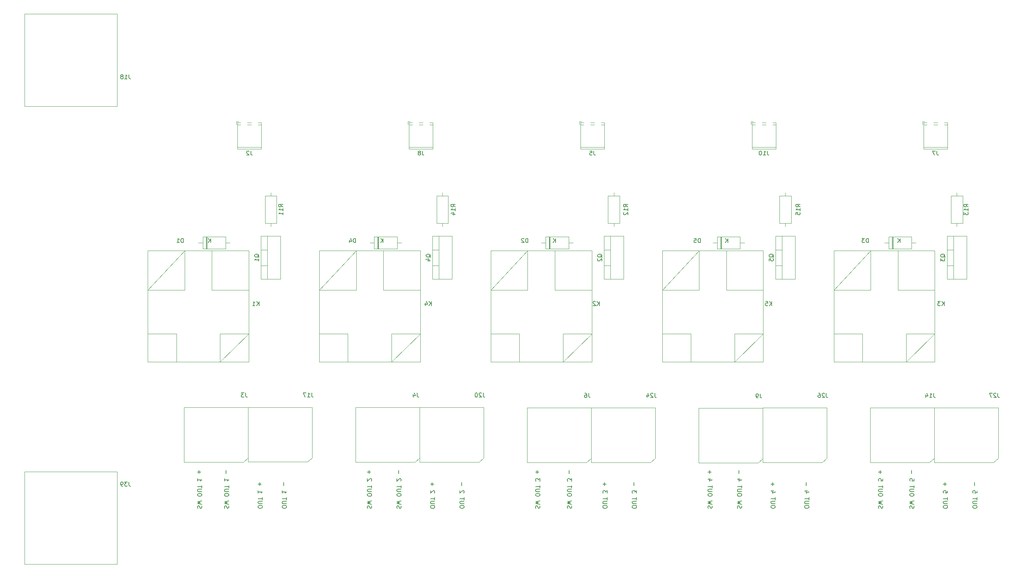
<source format=gbr>
%TF.GenerationSoftware,KiCad,Pcbnew,(5.1.8)-1*%
%TF.CreationDate,2021-07-20T10:02:20+02:00*%
%TF.ProjectId,FJElectricsPCBFront,464a456c-6563-4747-9269-637350434246,rev?*%
%TF.SameCoordinates,Original*%
%TF.FileFunction,Legend,Bot*%
%TF.FilePolarity,Positive*%
%FSLAX46Y46*%
G04 Gerber Fmt 4.6, Leading zero omitted, Abs format (unit mm)*
G04 Created by KiCad (PCBNEW (5.1.8)-1) date 2021-07-20 10:02:20*
%MOMM*%
%LPD*%
G01*
G04 APERTURE LIST*
%ADD10C,0.150000*%
%ADD11C,0.120000*%
G04 APERTURE END LIST*
D10*
X27173809Y-128712023D02*
X27126190Y-128569166D01*
X27126190Y-128331071D01*
X27173809Y-128235833D01*
X27221428Y-128188214D01*
X27316666Y-128140595D01*
X27411904Y-128140595D01*
X27507142Y-128188214D01*
X27554761Y-128235833D01*
X27602380Y-128331071D01*
X27649999Y-128521547D01*
X27697618Y-128616785D01*
X27745237Y-128664404D01*
X27840475Y-128712023D01*
X27935713Y-128712023D01*
X28030951Y-128664404D01*
X28078571Y-128616785D01*
X28126190Y-128521547D01*
X28126190Y-128283452D01*
X28078571Y-128140595D01*
X28126190Y-127807261D02*
X27126190Y-127569166D01*
X27840475Y-127378690D01*
X27126190Y-127188214D01*
X28126190Y-126950119D01*
X28126190Y-125616785D02*
X28126190Y-125426309D01*
X28078571Y-125331071D01*
X27983332Y-125235833D01*
X27792856Y-125188214D01*
X27459523Y-125188214D01*
X27269047Y-125235833D01*
X27173809Y-125331071D01*
X27126190Y-125426309D01*
X27126190Y-125616785D01*
X27173809Y-125712023D01*
X27269047Y-125807261D01*
X27459523Y-125854880D01*
X27792856Y-125854880D01*
X27983332Y-125807261D01*
X28078571Y-125712023D01*
X28126190Y-125616785D01*
X28126190Y-124759642D02*
X27316666Y-124759642D01*
X27221428Y-124712023D01*
X27173809Y-124664404D01*
X27126190Y-124569166D01*
X27126190Y-124378690D01*
X27173809Y-124283452D01*
X27221428Y-124235833D01*
X27316666Y-124188214D01*
X28126190Y-124188214D01*
X28126190Y-123854880D02*
X28126190Y-123283452D01*
X27126190Y-123569166D02*
X28126190Y-123569166D01*
X27126190Y-121664404D02*
X27126190Y-122235833D01*
X27126190Y-121950119D02*
X28126190Y-121950119D01*
X27983332Y-122045357D01*
X27888094Y-122140595D01*
X27840475Y-122235833D01*
X27507142Y-120473928D02*
X27507142Y-119712023D01*
X27126190Y-120092976D02*
X27888094Y-120092976D01*
X205547619Y-128473928D02*
X205547619Y-128283452D01*
X205500000Y-128188214D01*
X205404761Y-128092976D01*
X205214285Y-128045357D01*
X204880952Y-128045357D01*
X204690476Y-128092976D01*
X204595238Y-128188214D01*
X204547619Y-128283452D01*
X204547619Y-128473928D01*
X204595238Y-128569166D01*
X204690476Y-128664404D01*
X204880952Y-128712023D01*
X205214285Y-128712023D01*
X205404761Y-128664404D01*
X205500000Y-128569166D01*
X205547619Y-128473928D01*
X205547619Y-127616785D02*
X204738095Y-127616785D01*
X204642857Y-127569166D01*
X204595238Y-127521547D01*
X204547619Y-127426309D01*
X204547619Y-127235833D01*
X204595238Y-127140595D01*
X204642857Y-127092976D01*
X204738095Y-127045357D01*
X205547619Y-127045357D01*
X205547619Y-126712023D02*
X205547619Y-126140595D01*
X204547619Y-126426309D02*
X205547619Y-126426309D01*
X205547619Y-124569166D02*
X205547619Y-125045357D01*
X205071428Y-125092976D01*
X205119047Y-125045357D01*
X205166666Y-124950119D01*
X205166666Y-124712023D01*
X205119047Y-124616785D01*
X205071428Y-124569166D01*
X204976190Y-124521547D01*
X204738095Y-124521547D01*
X204642857Y-124569166D01*
X204595238Y-124616785D01*
X204547619Y-124712023D01*
X204547619Y-124950119D01*
X204595238Y-125045357D01*
X204642857Y-125092976D01*
X204928571Y-123331071D02*
X204928571Y-122569166D01*
X204547619Y-122950119D02*
X205309523Y-122950119D01*
X189173809Y-128712023D02*
X189126190Y-128569166D01*
X189126190Y-128331071D01*
X189173809Y-128235833D01*
X189221428Y-128188214D01*
X189316666Y-128140595D01*
X189411904Y-128140595D01*
X189507142Y-128188214D01*
X189554761Y-128235833D01*
X189602380Y-128331071D01*
X189649999Y-128521547D01*
X189697618Y-128616785D01*
X189745237Y-128664404D01*
X189840475Y-128712023D01*
X189935713Y-128712023D01*
X190030951Y-128664404D01*
X190078571Y-128616785D01*
X190126190Y-128521547D01*
X190126190Y-128283452D01*
X190078571Y-128140595D01*
X190126190Y-127807261D02*
X189126190Y-127569166D01*
X189840475Y-127378690D01*
X189126190Y-127188214D01*
X190126190Y-126950119D01*
X190126190Y-125616785D02*
X190126190Y-125426309D01*
X190078571Y-125331071D01*
X189983332Y-125235833D01*
X189792856Y-125188214D01*
X189459523Y-125188214D01*
X189269047Y-125235833D01*
X189173809Y-125331071D01*
X189126190Y-125426309D01*
X189126190Y-125616785D01*
X189173809Y-125712023D01*
X189269047Y-125807261D01*
X189459523Y-125854880D01*
X189792856Y-125854880D01*
X189983332Y-125807261D01*
X190078571Y-125712023D01*
X190126190Y-125616785D01*
X190126190Y-124759642D02*
X189316666Y-124759642D01*
X189221428Y-124712023D01*
X189173809Y-124664404D01*
X189126190Y-124569166D01*
X189126190Y-124378690D01*
X189173809Y-124283452D01*
X189221428Y-124235833D01*
X189316666Y-124188214D01*
X190126190Y-124188214D01*
X190126190Y-123854880D02*
X190126190Y-123283452D01*
X189126190Y-123569166D02*
X190126190Y-123569166D01*
X190126190Y-121712023D02*
X190126190Y-122188214D01*
X189649999Y-122235833D01*
X189697618Y-122188214D01*
X189745237Y-122092976D01*
X189745237Y-121854880D01*
X189697618Y-121759642D01*
X189649999Y-121712023D01*
X189554761Y-121664404D01*
X189316666Y-121664404D01*
X189221428Y-121712023D01*
X189173809Y-121759642D01*
X189126190Y-121854880D01*
X189126190Y-122092976D01*
X189173809Y-122188214D01*
X189221428Y-122235833D01*
X189507142Y-120473928D02*
X189507142Y-119712023D01*
X189126190Y-120092976D02*
X189888094Y-120092976D01*
X212547619Y-128473928D02*
X212547619Y-128283452D01*
X212500000Y-128188214D01*
X212404761Y-128092976D01*
X212214285Y-128045357D01*
X211880952Y-128045357D01*
X211690476Y-128092976D01*
X211595238Y-128188214D01*
X211547619Y-128283452D01*
X211547619Y-128473928D01*
X211595238Y-128569166D01*
X211690476Y-128664404D01*
X211880952Y-128712023D01*
X212214285Y-128712023D01*
X212404761Y-128664404D01*
X212500000Y-128569166D01*
X212547619Y-128473928D01*
X212547619Y-127616785D02*
X211738095Y-127616785D01*
X211642857Y-127569166D01*
X211595238Y-127521547D01*
X211547619Y-127426309D01*
X211547619Y-127235833D01*
X211595238Y-127140595D01*
X211642857Y-127092976D01*
X211738095Y-127045357D01*
X212547619Y-127045357D01*
X212547619Y-126712023D02*
X212547619Y-126140595D01*
X211547619Y-126426309D02*
X212547619Y-126426309D01*
X212547619Y-124569166D02*
X212547619Y-125045357D01*
X212071428Y-125092976D01*
X212119047Y-125045357D01*
X212166666Y-124950119D01*
X212166666Y-124712023D01*
X212119047Y-124616785D01*
X212071428Y-124569166D01*
X211976190Y-124521547D01*
X211738095Y-124521547D01*
X211642857Y-124569166D01*
X211595238Y-124616785D01*
X211547619Y-124712023D01*
X211547619Y-124950119D01*
X211595238Y-125045357D01*
X211642857Y-125092976D01*
X211928571Y-123331071D02*
X211928571Y-122569166D01*
X196595238Y-128712023D02*
X196547619Y-128569166D01*
X196547619Y-128331071D01*
X196595238Y-128235833D01*
X196642857Y-128188214D01*
X196738095Y-128140595D01*
X196833333Y-128140595D01*
X196928571Y-128188214D01*
X196976190Y-128235833D01*
X197023809Y-128331071D01*
X197071428Y-128521547D01*
X197119047Y-128616785D01*
X197166666Y-128664404D01*
X197261904Y-128712023D01*
X197357142Y-128712023D01*
X197452380Y-128664404D01*
X197500000Y-128616785D01*
X197547619Y-128521547D01*
X197547619Y-128283452D01*
X197500000Y-128140595D01*
X197547619Y-127807261D02*
X196547619Y-127569166D01*
X197261904Y-127378690D01*
X196547619Y-127188214D01*
X197547619Y-126950119D01*
X197547619Y-125616785D02*
X197547619Y-125426309D01*
X197500000Y-125331071D01*
X197404761Y-125235833D01*
X197214285Y-125188214D01*
X196880952Y-125188214D01*
X196690476Y-125235833D01*
X196595238Y-125331071D01*
X196547619Y-125426309D01*
X196547619Y-125616785D01*
X196595238Y-125712023D01*
X196690476Y-125807261D01*
X196880952Y-125854880D01*
X197214285Y-125854880D01*
X197404761Y-125807261D01*
X197500000Y-125712023D01*
X197547619Y-125616785D01*
X197547619Y-124759642D02*
X196738095Y-124759642D01*
X196642857Y-124712023D01*
X196595238Y-124664404D01*
X196547619Y-124569166D01*
X196547619Y-124378690D01*
X196595238Y-124283452D01*
X196642857Y-124235833D01*
X196738095Y-124188214D01*
X197547619Y-124188214D01*
X197547619Y-123854880D02*
X197547619Y-123283452D01*
X196547619Y-123569166D02*
X197547619Y-123569166D01*
X197547619Y-121712023D02*
X197547619Y-122188214D01*
X197071428Y-122235833D01*
X197119047Y-122188214D01*
X197166666Y-122092976D01*
X197166666Y-121854880D01*
X197119047Y-121759642D01*
X197071428Y-121712023D01*
X196976190Y-121664404D01*
X196738095Y-121664404D01*
X196642857Y-121712023D01*
X196595238Y-121759642D01*
X196547619Y-121854880D01*
X196547619Y-122092976D01*
X196595238Y-122188214D01*
X196642857Y-122235833D01*
X196928571Y-120473928D02*
X196928571Y-119712023D01*
X164547619Y-128473928D02*
X164547619Y-128283452D01*
X164500000Y-128188214D01*
X164404761Y-128092976D01*
X164214285Y-128045357D01*
X163880952Y-128045357D01*
X163690476Y-128092976D01*
X163595238Y-128188214D01*
X163547619Y-128283452D01*
X163547619Y-128473928D01*
X163595238Y-128569166D01*
X163690476Y-128664404D01*
X163880952Y-128712023D01*
X164214285Y-128712023D01*
X164404761Y-128664404D01*
X164500000Y-128569166D01*
X164547619Y-128473928D01*
X164547619Y-127616785D02*
X163738095Y-127616785D01*
X163642857Y-127569166D01*
X163595238Y-127521547D01*
X163547619Y-127426309D01*
X163547619Y-127235833D01*
X163595238Y-127140595D01*
X163642857Y-127092976D01*
X163738095Y-127045357D01*
X164547619Y-127045357D01*
X164547619Y-126712023D02*
X164547619Y-126140595D01*
X163547619Y-126426309D02*
X164547619Y-126426309D01*
X164214285Y-124616785D02*
X163547619Y-124616785D01*
X164595238Y-124854880D02*
X163880952Y-125092976D01*
X163880952Y-124473928D01*
X163928571Y-123331071D02*
X163928571Y-122569166D01*
X163547619Y-122950119D02*
X164309523Y-122950119D01*
X148595238Y-128712023D02*
X148547619Y-128569166D01*
X148547619Y-128331071D01*
X148595238Y-128235833D01*
X148642857Y-128188214D01*
X148738095Y-128140595D01*
X148833333Y-128140595D01*
X148928571Y-128188214D01*
X148976190Y-128235833D01*
X149023809Y-128331071D01*
X149071428Y-128521547D01*
X149119047Y-128616785D01*
X149166666Y-128664404D01*
X149261904Y-128712023D01*
X149357142Y-128712023D01*
X149452380Y-128664404D01*
X149500000Y-128616785D01*
X149547619Y-128521547D01*
X149547619Y-128283452D01*
X149500000Y-128140595D01*
X149547619Y-127807261D02*
X148547619Y-127569166D01*
X149261904Y-127378690D01*
X148547619Y-127188214D01*
X149547619Y-126950119D01*
X149547619Y-125616785D02*
X149547619Y-125426309D01*
X149500000Y-125331071D01*
X149404761Y-125235833D01*
X149214285Y-125188214D01*
X148880952Y-125188214D01*
X148690476Y-125235833D01*
X148595238Y-125331071D01*
X148547619Y-125426309D01*
X148547619Y-125616785D01*
X148595238Y-125712023D01*
X148690476Y-125807261D01*
X148880952Y-125854880D01*
X149214285Y-125854880D01*
X149404761Y-125807261D01*
X149500000Y-125712023D01*
X149547619Y-125616785D01*
X149547619Y-124759642D02*
X148738095Y-124759642D01*
X148642857Y-124712023D01*
X148595238Y-124664404D01*
X148547619Y-124569166D01*
X148547619Y-124378690D01*
X148595238Y-124283452D01*
X148642857Y-124235833D01*
X148738095Y-124188214D01*
X149547619Y-124188214D01*
X149547619Y-123854880D02*
X149547619Y-123283452D01*
X148547619Y-123569166D02*
X149547619Y-123569166D01*
X149214285Y-121759642D02*
X148547619Y-121759642D01*
X149595238Y-121997738D02*
X148880952Y-122235833D01*
X148880952Y-121616785D01*
X148928571Y-120473928D02*
X148928571Y-119712023D01*
X148547619Y-120092976D02*
X149309523Y-120092976D01*
X172547619Y-128473928D02*
X172547619Y-128283452D01*
X172500000Y-128188214D01*
X172404761Y-128092976D01*
X172214285Y-128045357D01*
X171880952Y-128045357D01*
X171690476Y-128092976D01*
X171595238Y-128188214D01*
X171547619Y-128283452D01*
X171547619Y-128473928D01*
X171595238Y-128569166D01*
X171690476Y-128664404D01*
X171880952Y-128712023D01*
X172214285Y-128712023D01*
X172404761Y-128664404D01*
X172500000Y-128569166D01*
X172547619Y-128473928D01*
X172547619Y-127616785D02*
X171738095Y-127616785D01*
X171642857Y-127569166D01*
X171595238Y-127521547D01*
X171547619Y-127426309D01*
X171547619Y-127235833D01*
X171595238Y-127140595D01*
X171642857Y-127092976D01*
X171738095Y-127045357D01*
X172547619Y-127045357D01*
X172547619Y-126712023D02*
X172547619Y-126140595D01*
X171547619Y-126426309D02*
X172547619Y-126426309D01*
X172214285Y-124616785D02*
X171547619Y-124616785D01*
X172595238Y-124854880D02*
X171880952Y-125092976D01*
X171880952Y-124473928D01*
X171928571Y-123331071D02*
X171928571Y-122569166D01*
X155595238Y-128712023D02*
X155547619Y-128569166D01*
X155547619Y-128331071D01*
X155595238Y-128235833D01*
X155642857Y-128188214D01*
X155738095Y-128140595D01*
X155833333Y-128140595D01*
X155928571Y-128188214D01*
X155976190Y-128235833D01*
X156023809Y-128331071D01*
X156071428Y-128521547D01*
X156119047Y-128616785D01*
X156166666Y-128664404D01*
X156261904Y-128712023D01*
X156357142Y-128712023D01*
X156452380Y-128664404D01*
X156500000Y-128616785D01*
X156547619Y-128521547D01*
X156547619Y-128283452D01*
X156500000Y-128140595D01*
X156547619Y-127807261D02*
X155547619Y-127569166D01*
X156261904Y-127378690D01*
X155547619Y-127188214D01*
X156547619Y-126950119D01*
X156547619Y-125616785D02*
X156547619Y-125426309D01*
X156500000Y-125331071D01*
X156404761Y-125235833D01*
X156214285Y-125188214D01*
X155880952Y-125188214D01*
X155690476Y-125235833D01*
X155595238Y-125331071D01*
X155547619Y-125426309D01*
X155547619Y-125616785D01*
X155595238Y-125712023D01*
X155690476Y-125807261D01*
X155880952Y-125854880D01*
X156214285Y-125854880D01*
X156404761Y-125807261D01*
X156500000Y-125712023D01*
X156547619Y-125616785D01*
X156547619Y-124759642D02*
X155738095Y-124759642D01*
X155642857Y-124712023D01*
X155595238Y-124664404D01*
X155547619Y-124569166D01*
X155547619Y-124378690D01*
X155595238Y-124283452D01*
X155642857Y-124235833D01*
X155738095Y-124188214D01*
X156547619Y-124188214D01*
X156547619Y-123854880D02*
X156547619Y-123283452D01*
X155547619Y-123569166D02*
X156547619Y-123569166D01*
X156214285Y-121759642D02*
X155547619Y-121759642D01*
X156595238Y-121997738D02*
X155880952Y-122235833D01*
X155880952Y-121616785D01*
X155928571Y-120473928D02*
X155928571Y-119712023D01*
X124547619Y-128473928D02*
X124547619Y-128283452D01*
X124500000Y-128188214D01*
X124404761Y-128092976D01*
X124214285Y-128045357D01*
X123880952Y-128045357D01*
X123690476Y-128092976D01*
X123595238Y-128188214D01*
X123547619Y-128283452D01*
X123547619Y-128473928D01*
X123595238Y-128569166D01*
X123690476Y-128664404D01*
X123880952Y-128712023D01*
X124214285Y-128712023D01*
X124404761Y-128664404D01*
X124500000Y-128569166D01*
X124547619Y-128473928D01*
X124547619Y-127616785D02*
X123738095Y-127616785D01*
X123642857Y-127569166D01*
X123595238Y-127521547D01*
X123547619Y-127426309D01*
X123547619Y-127235833D01*
X123595238Y-127140595D01*
X123642857Y-127092976D01*
X123738095Y-127045357D01*
X124547619Y-127045357D01*
X124547619Y-126712023D02*
X124547619Y-126140595D01*
X123547619Y-126426309D02*
X124547619Y-126426309D01*
X124547619Y-125140595D02*
X124547619Y-124521547D01*
X124166666Y-124854880D01*
X124166666Y-124712023D01*
X124119047Y-124616785D01*
X124071428Y-124569166D01*
X123976190Y-124521547D01*
X123738095Y-124521547D01*
X123642857Y-124569166D01*
X123595238Y-124616785D01*
X123547619Y-124712023D01*
X123547619Y-124997738D01*
X123595238Y-125092976D01*
X123642857Y-125140595D01*
X123928571Y-123331071D02*
X123928571Y-122569166D01*
X123547619Y-122950119D02*
X124309523Y-122950119D01*
X107595238Y-128712023D02*
X107547619Y-128569166D01*
X107547619Y-128331071D01*
X107595238Y-128235833D01*
X107642857Y-128188214D01*
X107738095Y-128140595D01*
X107833333Y-128140595D01*
X107928571Y-128188214D01*
X107976190Y-128235833D01*
X108023809Y-128331071D01*
X108071428Y-128521547D01*
X108119047Y-128616785D01*
X108166666Y-128664404D01*
X108261904Y-128712023D01*
X108357142Y-128712023D01*
X108452380Y-128664404D01*
X108500000Y-128616785D01*
X108547619Y-128521547D01*
X108547619Y-128283452D01*
X108500000Y-128140595D01*
X108547619Y-127807261D02*
X107547619Y-127569166D01*
X108261904Y-127378690D01*
X107547619Y-127188214D01*
X108547619Y-126950119D01*
X108547619Y-125616785D02*
X108547619Y-125426309D01*
X108500000Y-125331071D01*
X108404761Y-125235833D01*
X108214285Y-125188214D01*
X107880952Y-125188214D01*
X107690476Y-125235833D01*
X107595238Y-125331071D01*
X107547619Y-125426309D01*
X107547619Y-125616785D01*
X107595238Y-125712023D01*
X107690476Y-125807261D01*
X107880952Y-125854880D01*
X108214285Y-125854880D01*
X108404761Y-125807261D01*
X108500000Y-125712023D01*
X108547619Y-125616785D01*
X108547619Y-124759642D02*
X107738095Y-124759642D01*
X107642857Y-124712023D01*
X107595238Y-124664404D01*
X107547619Y-124569166D01*
X107547619Y-124378690D01*
X107595238Y-124283452D01*
X107642857Y-124235833D01*
X107738095Y-124188214D01*
X108547619Y-124188214D01*
X108547619Y-123854880D02*
X108547619Y-123283452D01*
X107547619Y-123569166D02*
X108547619Y-123569166D01*
X108547619Y-122283452D02*
X108547619Y-121664404D01*
X108166666Y-121997738D01*
X108166666Y-121854880D01*
X108119047Y-121759642D01*
X108071428Y-121712023D01*
X107976190Y-121664404D01*
X107738095Y-121664404D01*
X107642857Y-121712023D01*
X107595238Y-121759642D01*
X107547619Y-121854880D01*
X107547619Y-122140595D01*
X107595238Y-122235833D01*
X107642857Y-122283452D01*
X107928571Y-120473928D02*
X107928571Y-119712023D01*
X107547619Y-120092976D02*
X108309523Y-120092976D01*
X131547619Y-128473928D02*
X131547619Y-128283452D01*
X131500000Y-128188214D01*
X131404761Y-128092976D01*
X131214285Y-128045357D01*
X130880952Y-128045357D01*
X130690476Y-128092976D01*
X130595238Y-128188214D01*
X130547619Y-128283452D01*
X130547619Y-128473928D01*
X130595238Y-128569166D01*
X130690476Y-128664404D01*
X130880952Y-128712023D01*
X131214285Y-128712023D01*
X131404761Y-128664404D01*
X131500000Y-128569166D01*
X131547619Y-128473928D01*
X131547619Y-127616785D02*
X130738095Y-127616785D01*
X130642857Y-127569166D01*
X130595238Y-127521547D01*
X130547619Y-127426309D01*
X130547619Y-127235833D01*
X130595238Y-127140595D01*
X130642857Y-127092976D01*
X130738095Y-127045357D01*
X131547619Y-127045357D01*
X131547619Y-126712023D02*
X131547619Y-126140595D01*
X130547619Y-126426309D02*
X131547619Y-126426309D01*
X131547619Y-125140595D02*
X131547619Y-124521547D01*
X131166666Y-124854880D01*
X131166666Y-124712023D01*
X131119047Y-124616785D01*
X131071428Y-124569166D01*
X130976190Y-124521547D01*
X130738095Y-124521547D01*
X130642857Y-124569166D01*
X130595238Y-124616785D01*
X130547619Y-124712023D01*
X130547619Y-124997738D01*
X130595238Y-125092976D01*
X130642857Y-125140595D01*
X130928571Y-123331071D02*
X130928571Y-122569166D01*
X115173809Y-128712023D02*
X115126190Y-128569166D01*
X115126190Y-128331071D01*
X115173809Y-128235833D01*
X115221428Y-128188214D01*
X115316666Y-128140595D01*
X115411904Y-128140595D01*
X115507142Y-128188214D01*
X115554761Y-128235833D01*
X115602380Y-128331071D01*
X115649999Y-128521547D01*
X115697618Y-128616785D01*
X115745237Y-128664404D01*
X115840475Y-128712023D01*
X115935713Y-128712023D01*
X116030951Y-128664404D01*
X116078571Y-128616785D01*
X116126190Y-128521547D01*
X116126190Y-128283452D01*
X116078571Y-128140595D01*
X116126190Y-127807261D02*
X115126190Y-127569166D01*
X115840475Y-127378690D01*
X115126190Y-127188214D01*
X116126190Y-126950119D01*
X116126190Y-125616785D02*
X116126190Y-125426309D01*
X116078571Y-125331071D01*
X115983332Y-125235833D01*
X115792856Y-125188214D01*
X115459523Y-125188214D01*
X115269047Y-125235833D01*
X115173809Y-125331071D01*
X115126190Y-125426309D01*
X115126190Y-125616785D01*
X115173809Y-125712023D01*
X115269047Y-125807261D01*
X115459523Y-125854880D01*
X115792856Y-125854880D01*
X115983332Y-125807261D01*
X116078571Y-125712023D01*
X116126190Y-125616785D01*
X116126190Y-124759642D02*
X115316666Y-124759642D01*
X115221428Y-124712023D01*
X115173809Y-124664404D01*
X115126190Y-124569166D01*
X115126190Y-124378690D01*
X115173809Y-124283452D01*
X115221428Y-124235833D01*
X115316666Y-124188214D01*
X116126190Y-124188214D01*
X116126190Y-123854880D02*
X116126190Y-123283452D01*
X115126190Y-123569166D02*
X116126190Y-123569166D01*
X116126190Y-122283452D02*
X116126190Y-121664404D01*
X115745237Y-121997738D01*
X115745237Y-121854880D01*
X115697618Y-121759642D01*
X115649999Y-121712023D01*
X115554761Y-121664404D01*
X115316666Y-121664404D01*
X115221428Y-121712023D01*
X115173809Y-121759642D01*
X115126190Y-121854880D01*
X115126190Y-122140595D01*
X115173809Y-122235833D01*
X115221428Y-122283452D01*
X115507142Y-120473928D02*
X115507142Y-119712023D01*
X83547619Y-128473928D02*
X83547619Y-128283452D01*
X83500000Y-128188214D01*
X83404761Y-128092976D01*
X83214285Y-128045357D01*
X82880952Y-128045357D01*
X82690476Y-128092976D01*
X82595238Y-128188214D01*
X82547619Y-128283452D01*
X82547619Y-128473928D01*
X82595238Y-128569166D01*
X82690476Y-128664404D01*
X82880952Y-128712023D01*
X83214285Y-128712023D01*
X83404761Y-128664404D01*
X83500000Y-128569166D01*
X83547619Y-128473928D01*
X83547619Y-127616785D02*
X82738095Y-127616785D01*
X82642857Y-127569166D01*
X82595238Y-127521547D01*
X82547619Y-127426309D01*
X82547619Y-127235833D01*
X82595238Y-127140595D01*
X82642857Y-127092976D01*
X82738095Y-127045357D01*
X83547619Y-127045357D01*
X83547619Y-126712023D02*
X83547619Y-126140595D01*
X82547619Y-126426309D02*
X83547619Y-126426309D01*
X83452380Y-125092976D02*
X83500000Y-125045357D01*
X83547619Y-124950119D01*
X83547619Y-124712023D01*
X83500000Y-124616785D01*
X83452380Y-124569166D01*
X83357142Y-124521547D01*
X83261904Y-124521547D01*
X83119047Y-124569166D01*
X82547619Y-125140595D01*
X82547619Y-124521547D01*
X82928571Y-123331071D02*
X82928571Y-122569166D01*
X82547619Y-122950119D02*
X83309523Y-122950119D01*
X67595238Y-128712023D02*
X67547619Y-128569166D01*
X67547619Y-128331071D01*
X67595238Y-128235833D01*
X67642857Y-128188214D01*
X67738095Y-128140595D01*
X67833333Y-128140595D01*
X67928571Y-128188214D01*
X67976190Y-128235833D01*
X68023809Y-128331071D01*
X68071428Y-128521547D01*
X68119047Y-128616785D01*
X68166666Y-128664404D01*
X68261904Y-128712023D01*
X68357142Y-128712023D01*
X68452380Y-128664404D01*
X68500000Y-128616785D01*
X68547619Y-128521547D01*
X68547619Y-128283452D01*
X68500000Y-128140595D01*
X68547619Y-127807261D02*
X67547619Y-127569166D01*
X68261904Y-127378690D01*
X67547619Y-127188214D01*
X68547619Y-126950119D01*
X68547619Y-125616785D02*
X68547619Y-125426309D01*
X68500000Y-125331071D01*
X68404761Y-125235833D01*
X68214285Y-125188214D01*
X67880952Y-125188214D01*
X67690476Y-125235833D01*
X67595238Y-125331071D01*
X67547619Y-125426309D01*
X67547619Y-125616785D01*
X67595238Y-125712023D01*
X67690476Y-125807261D01*
X67880952Y-125854880D01*
X68214285Y-125854880D01*
X68404761Y-125807261D01*
X68500000Y-125712023D01*
X68547619Y-125616785D01*
X68547619Y-124759642D02*
X67738095Y-124759642D01*
X67642857Y-124712023D01*
X67595238Y-124664404D01*
X67547619Y-124569166D01*
X67547619Y-124378690D01*
X67595238Y-124283452D01*
X67642857Y-124235833D01*
X67738095Y-124188214D01*
X68547619Y-124188214D01*
X68547619Y-123854880D02*
X68547619Y-123283452D01*
X67547619Y-123569166D02*
X68547619Y-123569166D01*
X68452380Y-122235833D02*
X68500000Y-122188214D01*
X68547619Y-122092976D01*
X68547619Y-121854880D01*
X68500000Y-121759642D01*
X68452380Y-121712023D01*
X68357142Y-121664404D01*
X68261904Y-121664404D01*
X68119047Y-121712023D01*
X67547619Y-122283452D01*
X67547619Y-121664404D01*
X67928571Y-120473928D02*
X67928571Y-119712023D01*
X67547619Y-120092976D02*
X68309523Y-120092976D01*
X90547619Y-128473928D02*
X90547619Y-128283452D01*
X90500000Y-128188214D01*
X90404761Y-128092976D01*
X90214285Y-128045357D01*
X89880952Y-128045357D01*
X89690476Y-128092976D01*
X89595238Y-128188214D01*
X89547619Y-128283452D01*
X89547619Y-128473928D01*
X89595238Y-128569166D01*
X89690476Y-128664404D01*
X89880952Y-128712023D01*
X90214285Y-128712023D01*
X90404761Y-128664404D01*
X90500000Y-128569166D01*
X90547619Y-128473928D01*
X90547619Y-127616785D02*
X89738095Y-127616785D01*
X89642857Y-127569166D01*
X89595238Y-127521547D01*
X89547619Y-127426309D01*
X89547619Y-127235833D01*
X89595238Y-127140595D01*
X89642857Y-127092976D01*
X89738095Y-127045357D01*
X90547619Y-127045357D01*
X90547619Y-126712023D02*
X90547619Y-126140595D01*
X89547619Y-126426309D02*
X90547619Y-126426309D01*
X90452380Y-125092976D02*
X90500000Y-125045357D01*
X90547619Y-124950119D01*
X90547619Y-124712023D01*
X90500000Y-124616785D01*
X90452380Y-124569166D01*
X90357142Y-124521547D01*
X90261904Y-124521547D01*
X90119047Y-124569166D01*
X89547619Y-125140595D01*
X89547619Y-124521547D01*
X89928571Y-123331071D02*
X89928571Y-122569166D01*
X74595238Y-128712023D02*
X74547619Y-128569166D01*
X74547619Y-128331071D01*
X74595238Y-128235833D01*
X74642857Y-128188214D01*
X74738095Y-128140595D01*
X74833333Y-128140595D01*
X74928571Y-128188214D01*
X74976190Y-128235833D01*
X75023809Y-128331071D01*
X75071428Y-128521547D01*
X75119047Y-128616785D01*
X75166666Y-128664404D01*
X75261904Y-128712023D01*
X75357142Y-128712023D01*
X75452380Y-128664404D01*
X75500000Y-128616785D01*
X75547619Y-128521547D01*
X75547619Y-128283452D01*
X75500000Y-128140595D01*
X75547619Y-127807261D02*
X74547619Y-127569166D01*
X75261904Y-127378690D01*
X74547619Y-127188214D01*
X75547619Y-126950119D01*
X75547619Y-125616785D02*
X75547619Y-125426309D01*
X75500000Y-125331071D01*
X75404761Y-125235833D01*
X75214285Y-125188214D01*
X74880952Y-125188214D01*
X74690476Y-125235833D01*
X74595238Y-125331071D01*
X74547619Y-125426309D01*
X74547619Y-125616785D01*
X74595238Y-125712023D01*
X74690476Y-125807261D01*
X74880952Y-125854880D01*
X75214285Y-125854880D01*
X75404761Y-125807261D01*
X75500000Y-125712023D01*
X75547619Y-125616785D01*
X75547619Y-124759642D02*
X74738095Y-124759642D01*
X74642857Y-124712023D01*
X74595238Y-124664404D01*
X74547619Y-124569166D01*
X74547619Y-124378690D01*
X74595238Y-124283452D01*
X74642857Y-124235833D01*
X74738095Y-124188214D01*
X75547619Y-124188214D01*
X75547619Y-123854880D02*
X75547619Y-123283452D01*
X74547619Y-123569166D02*
X75547619Y-123569166D01*
X75452380Y-122235833D02*
X75500000Y-122188214D01*
X75547619Y-122092976D01*
X75547619Y-121854880D01*
X75500000Y-121759642D01*
X75452380Y-121712023D01*
X75357142Y-121664404D01*
X75261904Y-121664404D01*
X75119047Y-121712023D01*
X74547619Y-122283452D01*
X74547619Y-121664404D01*
X74928571Y-120473928D02*
X74928571Y-119712023D01*
X48269048Y-128473928D02*
X48269048Y-128283452D01*
X48221429Y-128188214D01*
X48126190Y-128092976D01*
X47935714Y-128045357D01*
X47602381Y-128045357D01*
X47411905Y-128092976D01*
X47316667Y-128188214D01*
X47269048Y-128283452D01*
X47269048Y-128473928D01*
X47316667Y-128569166D01*
X47411905Y-128664404D01*
X47602381Y-128712023D01*
X47935714Y-128712023D01*
X48126190Y-128664404D01*
X48221429Y-128569166D01*
X48269048Y-128473928D01*
X48269048Y-127616785D02*
X47459524Y-127616785D01*
X47364286Y-127569166D01*
X47316667Y-127521547D01*
X47269048Y-127426309D01*
X47269048Y-127235833D01*
X47316667Y-127140595D01*
X47364286Y-127092976D01*
X47459524Y-127045357D01*
X48269048Y-127045357D01*
X48269048Y-126712023D02*
X48269048Y-126140595D01*
X47269048Y-126426309D02*
X48269048Y-126426309D01*
X47269048Y-124521547D02*
X47269048Y-125092976D01*
X47269048Y-124807261D02*
X48269048Y-124807261D01*
X48126190Y-124902500D01*
X48030952Y-124997738D01*
X47983333Y-125092976D01*
X47650000Y-123331071D02*
X47650000Y-122569166D01*
X33595238Y-128712023D02*
X33547619Y-128569166D01*
X33547619Y-128331071D01*
X33595238Y-128235833D01*
X33642857Y-128188214D01*
X33738095Y-128140595D01*
X33833333Y-128140595D01*
X33928571Y-128188214D01*
X33976190Y-128235833D01*
X34023809Y-128331071D01*
X34071428Y-128521547D01*
X34119047Y-128616785D01*
X34166666Y-128664404D01*
X34261904Y-128712023D01*
X34357142Y-128712023D01*
X34452380Y-128664404D01*
X34500000Y-128616785D01*
X34547619Y-128521547D01*
X34547619Y-128283452D01*
X34500000Y-128140595D01*
X34547619Y-127807261D02*
X33547619Y-127569166D01*
X34261904Y-127378690D01*
X33547619Y-127188214D01*
X34547619Y-126950119D01*
X34547619Y-125616785D02*
X34547619Y-125426309D01*
X34500000Y-125331071D01*
X34404761Y-125235833D01*
X34214285Y-125188214D01*
X33880952Y-125188214D01*
X33690476Y-125235833D01*
X33595238Y-125331071D01*
X33547619Y-125426309D01*
X33547619Y-125616785D01*
X33595238Y-125712023D01*
X33690476Y-125807261D01*
X33880952Y-125854880D01*
X34214285Y-125854880D01*
X34404761Y-125807261D01*
X34500000Y-125712023D01*
X34547619Y-125616785D01*
X34547619Y-124759642D02*
X33738095Y-124759642D01*
X33642857Y-124712023D01*
X33595238Y-124664404D01*
X33547619Y-124569166D01*
X33547619Y-124378690D01*
X33595238Y-124283452D01*
X33642857Y-124235833D01*
X33738095Y-124188214D01*
X34547619Y-124188214D01*
X34547619Y-123854880D02*
X34547619Y-123283452D01*
X33547619Y-123569166D02*
X34547619Y-123569166D01*
X33547619Y-121664404D02*
X33547619Y-122235833D01*
X33547619Y-121950119D02*
X34547619Y-121950119D01*
X34404761Y-122045357D01*
X34309523Y-122140595D01*
X34261904Y-122235833D01*
X33928571Y-120473928D02*
X33928571Y-119712023D01*
X42547619Y-128473928D02*
X42547619Y-128283452D01*
X42500000Y-128188214D01*
X42404761Y-128092976D01*
X42214285Y-128045357D01*
X41880952Y-128045357D01*
X41690476Y-128092976D01*
X41595238Y-128188214D01*
X41547619Y-128283452D01*
X41547619Y-128473928D01*
X41595238Y-128569166D01*
X41690476Y-128664404D01*
X41880952Y-128712023D01*
X42214285Y-128712023D01*
X42404761Y-128664404D01*
X42500000Y-128569166D01*
X42547619Y-128473928D01*
X42547619Y-127616785D02*
X41738095Y-127616785D01*
X41642857Y-127569166D01*
X41595238Y-127521547D01*
X41547619Y-127426309D01*
X41547619Y-127235833D01*
X41595238Y-127140595D01*
X41642857Y-127092976D01*
X41738095Y-127045357D01*
X42547619Y-127045357D01*
X42547619Y-126712023D02*
X42547619Y-126140595D01*
X41547619Y-126426309D02*
X42547619Y-126426309D01*
X41547619Y-124521547D02*
X41547619Y-125092976D01*
X41547619Y-124807261D02*
X42547619Y-124807261D01*
X42404761Y-124902500D01*
X42309523Y-124997738D01*
X42261904Y-125092976D01*
X41928571Y-123331071D02*
X41928571Y-122569166D01*
X41547619Y-122950119D02*
X42309523Y-122950119D01*
D11*
%TO.C,R15*%
X166955000Y-61620000D02*
X166955000Y-60850000D01*
X166955000Y-53540000D02*
X166955000Y-54310000D01*
X165585000Y-60850000D02*
X165585000Y-54310000D01*
X168325000Y-60850000D02*
X165585000Y-60850000D01*
X168325000Y-54310000D02*
X168325000Y-60850000D01*
X165585000Y-54310000D02*
X168325000Y-54310000D01*
%TO.C,R14*%
X85355000Y-61620000D02*
X85355000Y-60850000D01*
X85355000Y-53540000D02*
X85355000Y-54310000D01*
X83985000Y-60850000D02*
X83985000Y-54310000D01*
X86725000Y-60850000D02*
X83985000Y-60850000D01*
X86725000Y-54310000D02*
X86725000Y-60850000D01*
X83985000Y-54310000D02*
X86725000Y-54310000D01*
%TO.C,R13*%
X207755000Y-61620000D02*
X207755000Y-60850000D01*
X207755000Y-53540000D02*
X207755000Y-54310000D01*
X206385000Y-60850000D02*
X206385000Y-54310000D01*
X209125000Y-60850000D02*
X206385000Y-60850000D01*
X209125000Y-54310000D02*
X209125000Y-60850000D01*
X206385000Y-54310000D02*
X209125000Y-54310000D01*
%TO.C,R12*%
X126155000Y-61620000D02*
X126155000Y-60850000D01*
X126155000Y-53540000D02*
X126155000Y-54310000D01*
X124785000Y-60850000D02*
X124785000Y-54310000D01*
X127525000Y-60850000D02*
X124785000Y-60850000D01*
X127525000Y-54310000D02*
X127525000Y-60850000D01*
X124785000Y-54310000D02*
X127525000Y-54310000D01*
%TO.C,Q5*%
X164630000Y-70891000D02*
X166140000Y-70891000D01*
X164630000Y-67190000D02*
X166140000Y-67190000D01*
X166140000Y-63920000D02*
X166140000Y-74160000D01*
X164630000Y-74160000D02*
X169271000Y-74160000D01*
X164630000Y-63920000D02*
X169271000Y-63920000D01*
X169271000Y-63920000D02*
X169271000Y-74160000D01*
X164630000Y-63920000D02*
X164630000Y-74160000D01*
%TO.C,Q4*%
X83030000Y-70891000D02*
X84540000Y-70891000D01*
X83030000Y-67190000D02*
X84540000Y-67190000D01*
X84540000Y-63920000D02*
X84540000Y-74160000D01*
X83030000Y-74160000D02*
X87671000Y-74160000D01*
X83030000Y-63920000D02*
X87671000Y-63920000D01*
X87671000Y-63920000D02*
X87671000Y-74160000D01*
X83030000Y-63920000D02*
X83030000Y-74160000D01*
%TO.C,Q3*%
X205430000Y-70891000D02*
X206940000Y-70891000D01*
X205430000Y-67190000D02*
X206940000Y-67190000D01*
X206940000Y-63920000D02*
X206940000Y-74160000D01*
X205430000Y-74160000D02*
X210071000Y-74160000D01*
X205430000Y-63920000D02*
X210071000Y-63920000D01*
X210071000Y-63920000D02*
X210071000Y-74160000D01*
X205430000Y-63920000D02*
X205430000Y-74160000D01*
%TO.C,Q2*%
X123830000Y-70891000D02*
X125340000Y-70891000D01*
X123830000Y-67190000D02*
X125340000Y-67190000D01*
X125340000Y-63920000D02*
X125340000Y-74160000D01*
X123830000Y-74160000D02*
X128471000Y-74160000D01*
X123830000Y-63920000D02*
X128471000Y-63920000D01*
X128471000Y-63920000D02*
X128471000Y-74160000D01*
X123830000Y-63920000D02*
X123830000Y-74160000D01*
%TO.C,J10*%
X158800000Y-36600000D02*
X159300000Y-36600000D01*
X158800000Y-37340000D02*
X158800000Y-36600000D01*
X164700000Y-43160000D02*
X164700000Y-36840000D01*
X159040000Y-43160000D02*
X159040000Y-36840000D01*
X163930000Y-36840000D02*
X164700000Y-36840000D01*
X161390000Y-36840000D02*
X162350000Y-36840000D01*
X159040000Y-36840000D02*
X159810000Y-36840000D01*
X159040000Y-43160000D02*
X164700000Y-43160000D01*
X159040000Y-42700000D02*
X164700000Y-42700000D01*
X163930000Y-37400000D02*
X164700000Y-37400000D01*
X161390000Y-37400000D02*
X162350000Y-37400000D01*
X159040000Y-37400000D02*
X159810000Y-37400000D01*
%TO.C,J8*%
X77200000Y-36600000D02*
X77700000Y-36600000D01*
X77200000Y-37340000D02*
X77200000Y-36600000D01*
X83100000Y-43160000D02*
X83100000Y-36840000D01*
X77440000Y-43160000D02*
X77440000Y-36840000D01*
X82330000Y-36840000D02*
X83100000Y-36840000D01*
X79790000Y-36840000D02*
X80750000Y-36840000D01*
X77440000Y-36840000D02*
X78210000Y-36840000D01*
X77440000Y-43160000D02*
X83100000Y-43160000D01*
X77440000Y-42700000D02*
X83100000Y-42700000D01*
X82330000Y-37400000D02*
X83100000Y-37400000D01*
X79790000Y-37400000D02*
X80750000Y-37400000D01*
X77440000Y-37400000D02*
X78210000Y-37400000D01*
%TO.C,J7*%
X199600000Y-36600000D02*
X200100000Y-36600000D01*
X199600000Y-37340000D02*
X199600000Y-36600000D01*
X205500000Y-43160000D02*
X205500000Y-36840000D01*
X199840000Y-43160000D02*
X199840000Y-36840000D01*
X204730000Y-36840000D02*
X205500000Y-36840000D01*
X202190000Y-36840000D02*
X203150000Y-36840000D01*
X199840000Y-36840000D02*
X200610000Y-36840000D01*
X199840000Y-43160000D02*
X205500000Y-43160000D01*
X199840000Y-42700000D02*
X205500000Y-42700000D01*
X204730000Y-37400000D02*
X205500000Y-37400000D01*
X202190000Y-37400000D02*
X203150000Y-37400000D01*
X199840000Y-37400000D02*
X200610000Y-37400000D01*
%TO.C,J5*%
X118000000Y-36600000D02*
X118500000Y-36600000D01*
X118000000Y-37340000D02*
X118000000Y-36600000D01*
X123900000Y-43160000D02*
X123900000Y-36840000D01*
X118240000Y-43160000D02*
X118240000Y-36840000D01*
X123130000Y-36840000D02*
X123900000Y-36840000D01*
X120590000Y-36840000D02*
X121550000Y-36840000D01*
X118240000Y-36840000D02*
X119010000Y-36840000D01*
X118240000Y-43160000D02*
X123900000Y-43160000D01*
X118240000Y-42700000D02*
X123900000Y-42700000D01*
X123130000Y-37400000D02*
X123900000Y-37400000D01*
X120590000Y-37400000D02*
X121550000Y-37400000D01*
X118240000Y-37400000D02*
X119010000Y-37400000D01*
%TO.C,D5*%
X151540000Y-66970000D02*
X151540000Y-64030000D01*
X151780000Y-66970000D02*
X151780000Y-64030000D01*
X151660000Y-66970000D02*
X151660000Y-64030000D01*
X157220000Y-65500000D02*
X156200000Y-65500000D01*
X149740000Y-65500000D02*
X150760000Y-65500000D01*
X156200000Y-66970000D02*
X150760000Y-66970000D01*
X156200000Y-64030000D02*
X156200000Y-66970000D01*
X150760000Y-64030000D02*
X156200000Y-64030000D01*
X150760000Y-66970000D02*
X150760000Y-64030000D01*
%TO.C,D4*%
X69940000Y-66970000D02*
X69940000Y-64030000D01*
X70180000Y-66970000D02*
X70180000Y-64030000D01*
X70060000Y-66970000D02*
X70060000Y-64030000D01*
X75620000Y-65500000D02*
X74600000Y-65500000D01*
X68140000Y-65500000D02*
X69160000Y-65500000D01*
X74600000Y-66970000D02*
X69160000Y-66970000D01*
X74600000Y-64030000D02*
X74600000Y-66970000D01*
X69160000Y-64030000D02*
X74600000Y-64030000D01*
X69160000Y-66970000D02*
X69160000Y-64030000D01*
%TO.C,D3*%
X192340000Y-66970000D02*
X192340000Y-64030000D01*
X192580000Y-66970000D02*
X192580000Y-64030000D01*
X192460000Y-66970000D02*
X192460000Y-64030000D01*
X198020000Y-65500000D02*
X197000000Y-65500000D01*
X190540000Y-65500000D02*
X191560000Y-65500000D01*
X197000000Y-66970000D02*
X191560000Y-66970000D01*
X197000000Y-64030000D02*
X197000000Y-66970000D01*
X191560000Y-64030000D02*
X197000000Y-64030000D01*
X191560000Y-66970000D02*
X191560000Y-64030000D01*
%TO.C,D2*%
X110740000Y-66970000D02*
X110740000Y-64030000D01*
X110980000Y-66970000D02*
X110980000Y-64030000D01*
X110860000Y-66970000D02*
X110860000Y-64030000D01*
X116420000Y-65500000D02*
X115400000Y-65500000D01*
X108940000Y-65500000D02*
X109960000Y-65500000D01*
X115400000Y-66970000D02*
X109960000Y-66970000D01*
X115400000Y-64030000D02*
X115400000Y-66970000D01*
X109960000Y-64030000D02*
X115400000Y-64030000D01*
X109960000Y-66970000D02*
X109960000Y-64030000D01*
%TO.C,J2*%
X36400000Y-36600000D02*
X36900000Y-36600000D01*
X36400000Y-37340000D02*
X36400000Y-36600000D01*
X42300000Y-43160000D02*
X42300000Y-36840000D01*
X36640000Y-43160000D02*
X36640000Y-36840000D01*
X41530000Y-36840000D02*
X42300000Y-36840000D01*
X38990000Y-36840000D02*
X39950000Y-36840000D01*
X36640000Y-36840000D02*
X37410000Y-36840000D01*
X36640000Y-43160000D02*
X42300000Y-43160000D01*
X36640000Y-42700000D02*
X42300000Y-42700000D01*
X41530000Y-37400000D02*
X42300000Y-37400000D01*
X38990000Y-37400000D02*
X39950000Y-37400000D01*
X36640000Y-37400000D02*
X37410000Y-37400000D01*
%TO.C,R11*%
X44555000Y-61620000D02*
X44555000Y-60850000D01*
X44555000Y-53540000D02*
X44555000Y-54310000D01*
X43185000Y-60850000D02*
X43185000Y-54310000D01*
X45925000Y-60850000D02*
X43185000Y-60850000D01*
X45925000Y-54310000D02*
X45925000Y-60850000D01*
X43185000Y-54310000D02*
X45925000Y-54310000D01*
%TO.C,Q1*%
X42230000Y-70891000D02*
X43740000Y-70891000D01*
X42230000Y-67190000D02*
X43740000Y-67190000D01*
X43740000Y-63920000D02*
X43740000Y-74160000D01*
X42230000Y-74160000D02*
X46871000Y-74160000D01*
X42230000Y-63920000D02*
X46871000Y-63920000D01*
X46871000Y-63920000D02*
X46871000Y-74160000D01*
X42230000Y-63920000D02*
X42230000Y-74160000D01*
%TO.C,D1*%
X29140000Y-66970000D02*
X29140000Y-64030000D01*
X29380000Y-66970000D02*
X29380000Y-64030000D01*
X29260000Y-66970000D02*
X29260000Y-64030000D01*
X34820000Y-65500000D02*
X33800000Y-65500000D01*
X27340000Y-65500000D02*
X28360000Y-65500000D01*
X33800000Y-66970000D02*
X28360000Y-66970000D01*
X33800000Y-64030000D02*
X33800000Y-66970000D01*
X28360000Y-64030000D02*
X33800000Y-64030000D01*
X28360000Y-66970000D02*
X28360000Y-64030000D01*
%TO.C,J3*%
X23910000Y-104700000D02*
X23910000Y-117700000D01*
X39150000Y-104700000D02*
X23910000Y-104700000D01*
X38040000Y-117700000D02*
X39150000Y-116700000D01*
X23910000Y-117700000D02*
X38040000Y-117700000D01*
X39150000Y-116700000D02*
X39150000Y-104700000D01*
%TO.C,J6*%
X105510000Y-104790000D02*
X105510000Y-117790000D01*
X120750000Y-104790000D02*
X105510000Y-104790000D01*
X119640000Y-117790000D02*
X120750000Y-116790000D01*
X105510000Y-117790000D02*
X119640000Y-117790000D01*
X120750000Y-116790000D02*
X120750000Y-104790000D01*
%TO.C,J9*%
X146310000Y-104900000D02*
X146310000Y-117900000D01*
X161550000Y-104900000D02*
X146310000Y-104900000D01*
X160440000Y-117900000D02*
X161550000Y-116900000D01*
X146310000Y-117900000D02*
X160440000Y-117900000D01*
X161550000Y-116900000D02*
X161550000Y-104900000D01*
%TO.C,J14*%
X187110000Y-104790000D02*
X187110000Y-117790000D01*
X202350000Y-104790000D02*
X187110000Y-104790000D01*
X201240000Y-117790000D02*
X202350000Y-116790000D01*
X187110000Y-117790000D02*
X201240000Y-117790000D01*
X202350000Y-116790000D02*
X202350000Y-104790000D01*
%TO.C,J20*%
X79950000Y-104700000D02*
X79950000Y-117700000D01*
X95190000Y-104700000D02*
X79950000Y-104700000D01*
X94080000Y-117700000D02*
X95190000Y-116700000D01*
X79950000Y-117700000D02*
X94080000Y-117700000D01*
X95190000Y-116700000D02*
X95190000Y-104700000D01*
%TO.C,J24*%
X120750000Y-104790000D02*
X120750000Y-117790000D01*
X135990000Y-104790000D02*
X120750000Y-104790000D01*
X134880000Y-117790000D02*
X135990000Y-116790000D01*
X120750000Y-117790000D02*
X134880000Y-117790000D01*
X135990000Y-116790000D02*
X135990000Y-104790000D01*
%TO.C,J26*%
X161550000Y-104800000D02*
X161550000Y-117800000D01*
X176790000Y-104800000D02*
X161550000Y-104800000D01*
X175680000Y-117800000D02*
X176790000Y-116800000D01*
X161550000Y-117800000D02*
X175680000Y-117800000D01*
X176790000Y-116800000D02*
X176790000Y-104800000D01*
%TO.C,J27*%
X202350000Y-104790000D02*
X202350000Y-117790000D01*
X217590000Y-104790000D02*
X202350000Y-104790000D01*
X216480000Y-117790000D02*
X217590000Y-116790000D01*
X202350000Y-117790000D02*
X216480000Y-117790000D01*
X217590000Y-116790000D02*
X217590000Y-104790000D01*
%TO.C,J39*%
X8000000Y-142000000D02*
X8000000Y-120000000D01*
X-14000000Y-120000000D02*
X-14000000Y-142000000D01*
X-14000000Y-142000000D02*
X8000000Y-142000000D01*
X8000000Y-120000000D02*
X-14000000Y-120000000D01*
%TO.C,J18*%
X8000000Y-33000000D02*
X8000000Y-11000000D01*
X-14000000Y-11000000D02*
X-14000000Y-33000000D01*
X-14000000Y-33000000D02*
X8000000Y-33000000D01*
X8000000Y-11000000D02*
X-14000000Y-11000000D01*
%TO.C,J17*%
X39150000Y-104690000D02*
X39150000Y-117690000D01*
X54390000Y-104690000D02*
X39150000Y-104690000D01*
X53280000Y-117690000D02*
X54390000Y-116690000D01*
X39150000Y-117690000D02*
X53280000Y-117690000D01*
X54390000Y-116690000D02*
X54390000Y-104690000D01*
%TO.C,J4*%
X64710000Y-104700000D02*
X64710000Y-117700000D01*
X79950000Y-104700000D02*
X64710000Y-104700000D01*
X78840000Y-117700000D02*
X79950000Y-116700000D01*
X64710000Y-117700000D02*
X78840000Y-117700000D01*
X79950000Y-116700000D02*
X79950000Y-104700000D01*
%TO.C,K1*%
X39300000Y-87200000D02*
X32500000Y-93900000D01*
X24050000Y-67400000D02*
X15300000Y-76800000D01*
X39300000Y-67400000D02*
X39300000Y-93900000D01*
X15300000Y-67400000D02*
X15300000Y-93900000D01*
X39300000Y-93900000D02*
X15300000Y-93900000D01*
X39300000Y-67400000D02*
X15300000Y-67400000D01*
X32500000Y-93900000D02*
X32500000Y-87200000D01*
X24050000Y-67400000D02*
X24050000Y-76800000D01*
X22100000Y-87200000D02*
X15300000Y-87200000D01*
X24050000Y-76800000D02*
X15300000Y-76800000D01*
X39300000Y-87200000D02*
X32500000Y-87200000D01*
X39300000Y-76800000D02*
X30550000Y-76800000D01*
X22100000Y-93900000D02*
X22100000Y-87200000D01*
X30550000Y-67400000D02*
X30550000Y-76800000D01*
%TO.C,K3*%
X202500000Y-87200000D02*
X195700000Y-93900000D01*
X187250000Y-67400000D02*
X178500000Y-76800000D01*
X202500000Y-67400000D02*
X202500000Y-93900000D01*
X178500000Y-67400000D02*
X178500000Y-93900000D01*
X202500000Y-93900000D02*
X178500000Y-93900000D01*
X202500000Y-67400000D02*
X178500000Y-67400000D01*
X195700000Y-93900000D02*
X195700000Y-87200000D01*
X187250000Y-67400000D02*
X187250000Y-76800000D01*
X185300000Y-87200000D02*
X178500000Y-87200000D01*
X187250000Y-76800000D02*
X178500000Y-76800000D01*
X202500000Y-87200000D02*
X195700000Y-87200000D01*
X202500000Y-76800000D02*
X193750000Y-76800000D01*
X185300000Y-93900000D02*
X185300000Y-87200000D01*
X193750000Y-67400000D02*
X193750000Y-76800000D01*
%TO.C,K4*%
X80100000Y-87200000D02*
X73300000Y-93900000D01*
X64850000Y-67400000D02*
X56100000Y-76800000D01*
X80100000Y-67400000D02*
X80100000Y-93900000D01*
X56100000Y-67400000D02*
X56100000Y-93900000D01*
X80100000Y-93900000D02*
X56100000Y-93900000D01*
X80100000Y-67400000D02*
X56100000Y-67400000D01*
X73300000Y-93900000D02*
X73300000Y-87200000D01*
X64850000Y-67400000D02*
X64850000Y-76800000D01*
X62900000Y-87200000D02*
X56100000Y-87200000D01*
X64850000Y-76800000D02*
X56100000Y-76800000D01*
X80100000Y-87200000D02*
X73300000Y-87200000D01*
X80100000Y-76800000D02*
X71350000Y-76800000D01*
X62900000Y-93900000D02*
X62900000Y-87200000D01*
X71350000Y-67400000D02*
X71350000Y-76800000D01*
%TO.C,K5*%
X161700000Y-87200000D02*
X154900000Y-93900000D01*
X146450000Y-67400000D02*
X137700000Y-76800000D01*
X161700000Y-67400000D02*
X161700000Y-93900000D01*
X137700000Y-67400000D02*
X137700000Y-93900000D01*
X161700000Y-93900000D02*
X137700000Y-93900000D01*
X161700000Y-67400000D02*
X137700000Y-67400000D01*
X154900000Y-93900000D02*
X154900000Y-87200000D01*
X146450000Y-67400000D02*
X146450000Y-76800000D01*
X144500000Y-87200000D02*
X137700000Y-87200000D01*
X146450000Y-76800000D02*
X137700000Y-76800000D01*
X161700000Y-87200000D02*
X154900000Y-87200000D01*
X161700000Y-76800000D02*
X152950000Y-76800000D01*
X144500000Y-93900000D02*
X144500000Y-87200000D01*
X152950000Y-67400000D02*
X152950000Y-76800000D01*
%TO.C,K2*%
X120900000Y-87200000D02*
X114100000Y-93900000D01*
X105650000Y-67400000D02*
X96900000Y-76800000D01*
X120900000Y-67400000D02*
X120900000Y-93900000D01*
X96900000Y-67400000D02*
X96900000Y-93900000D01*
X120900000Y-93900000D02*
X96900000Y-93900000D01*
X120900000Y-67400000D02*
X96900000Y-67400000D01*
X114100000Y-93900000D02*
X114100000Y-87200000D01*
X105650000Y-67400000D02*
X105650000Y-76800000D01*
X103700000Y-87200000D02*
X96900000Y-87200000D01*
X105650000Y-76800000D02*
X96900000Y-76800000D01*
X120900000Y-87200000D02*
X114100000Y-87200000D01*
X120900000Y-76800000D02*
X112150000Y-76800000D01*
X103700000Y-93900000D02*
X103700000Y-87200000D01*
X112150000Y-67400000D02*
X112150000Y-76800000D01*
%TO.C,R15*%
D10*
X170452380Y-56937142D02*
X169976190Y-56603809D01*
X170452380Y-56365714D02*
X169452380Y-56365714D01*
X169452380Y-56746666D01*
X169500000Y-56841904D01*
X169547619Y-56889523D01*
X169642857Y-56937142D01*
X169785714Y-56937142D01*
X169880952Y-56889523D01*
X169928571Y-56841904D01*
X169976190Y-56746666D01*
X169976190Y-56365714D01*
X170452380Y-57889523D02*
X170452380Y-57318095D01*
X170452380Y-57603809D02*
X169452380Y-57603809D01*
X169595238Y-57508571D01*
X169690476Y-57413333D01*
X169738095Y-57318095D01*
X169452380Y-58794285D02*
X169452380Y-58318095D01*
X169928571Y-58270476D01*
X169880952Y-58318095D01*
X169833333Y-58413333D01*
X169833333Y-58651428D01*
X169880952Y-58746666D01*
X169928571Y-58794285D01*
X170023809Y-58841904D01*
X170261904Y-58841904D01*
X170357142Y-58794285D01*
X170404761Y-58746666D01*
X170452380Y-58651428D01*
X170452380Y-58413333D01*
X170404761Y-58318095D01*
X170357142Y-58270476D01*
%TO.C,R14*%
X88452380Y-56937142D02*
X87976190Y-56603809D01*
X88452380Y-56365714D02*
X87452380Y-56365714D01*
X87452380Y-56746666D01*
X87500000Y-56841904D01*
X87547619Y-56889523D01*
X87642857Y-56937142D01*
X87785714Y-56937142D01*
X87880952Y-56889523D01*
X87928571Y-56841904D01*
X87976190Y-56746666D01*
X87976190Y-56365714D01*
X88452380Y-57889523D02*
X88452380Y-57318095D01*
X88452380Y-57603809D02*
X87452380Y-57603809D01*
X87595238Y-57508571D01*
X87690476Y-57413333D01*
X87738095Y-57318095D01*
X87785714Y-58746666D02*
X88452380Y-58746666D01*
X87404761Y-58508571D02*
X88119047Y-58270476D01*
X88119047Y-58889523D01*
%TO.C,R13*%
X210452380Y-56937142D02*
X209976190Y-56603809D01*
X210452380Y-56365714D02*
X209452380Y-56365714D01*
X209452380Y-56746666D01*
X209500000Y-56841904D01*
X209547619Y-56889523D01*
X209642857Y-56937142D01*
X209785714Y-56937142D01*
X209880952Y-56889523D01*
X209928571Y-56841904D01*
X209976190Y-56746666D01*
X209976190Y-56365714D01*
X210452380Y-57889523D02*
X210452380Y-57318095D01*
X210452380Y-57603809D02*
X209452380Y-57603809D01*
X209595238Y-57508571D01*
X209690476Y-57413333D01*
X209738095Y-57318095D01*
X209452380Y-58222857D02*
X209452380Y-58841904D01*
X209833333Y-58508571D01*
X209833333Y-58651428D01*
X209880952Y-58746666D01*
X209928571Y-58794285D01*
X210023809Y-58841904D01*
X210261904Y-58841904D01*
X210357142Y-58794285D01*
X210404761Y-58746666D01*
X210452380Y-58651428D01*
X210452380Y-58365714D01*
X210404761Y-58270476D01*
X210357142Y-58222857D01*
%TO.C,R12*%
X129452380Y-56937142D02*
X128976190Y-56603809D01*
X129452380Y-56365714D02*
X128452380Y-56365714D01*
X128452380Y-56746666D01*
X128500000Y-56841904D01*
X128547619Y-56889523D01*
X128642857Y-56937142D01*
X128785714Y-56937142D01*
X128880952Y-56889523D01*
X128928571Y-56841904D01*
X128976190Y-56746666D01*
X128976190Y-56365714D01*
X129452380Y-57889523D02*
X129452380Y-57318095D01*
X129452380Y-57603809D02*
X128452380Y-57603809D01*
X128595238Y-57508571D01*
X128690476Y-57413333D01*
X128738095Y-57318095D01*
X128547619Y-58270476D02*
X128500000Y-58318095D01*
X128452380Y-58413333D01*
X128452380Y-58651428D01*
X128500000Y-58746666D01*
X128547619Y-58794285D01*
X128642857Y-58841904D01*
X128738095Y-58841904D01*
X128880952Y-58794285D01*
X129452380Y-58222857D01*
X129452380Y-58841904D01*
%TO.C,Q5*%
X164177619Y-68944761D02*
X164130000Y-68849523D01*
X164034761Y-68754285D01*
X163891904Y-68611428D01*
X163844285Y-68516190D01*
X163844285Y-68420952D01*
X164082380Y-68468571D02*
X164034761Y-68373333D01*
X163939523Y-68278095D01*
X163749047Y-68230476D01*
X163415714Y-68230476D01*
X163225238Y-68278095D01*
X163130000Y-68373333D01*
X163082380Y-68468571D01*
X163082380Y-68659047D01*
X163130000Y-68754285D01*
X163225238Y-68849523D01*
X163415714Y-68897142D01*
X163749047Y-68897142D01*
X163939523Y-68849523D01*
X164034761Y-68754285D01*
X164082380Y-68659047D01*
X164082380Y-68468571D01*
X163082380Y-69801904D02*
X163082380Y-69325714D01*
X163558571Y-69278095D01*
X163510952Y-69325714D01*
X163463333Y-69420952D01*
X163463333Y-69659047D01*
X163510952Y-69754285D01*
X163558571Y-69801904D01*
X163653809Y-69849523D01*
X163891904Y-69849523D01*
X163987142Y-69801904D01*
X164034761Y-69754285D01*
X164082380Y-69659047D01*
X164082380Y-69420952D01*
X164034761Y-69325714D01*
X163987142Y-69278095D01*
%TO.C,Q4*%
X82577619Y-68944761D02*
X82530000Y-68849523D01*
X82434761Y-68754285D01*
X82291904Y-68611428D01*
X82244285Y-68516190D01*
X82244285Y-68420952D01*
X82482380Y-68468571D02*
X82434761Y-68373333D01*
X82339523Y-68278095D01*
X82149047Y-68230476D01*
X81815714Y-68230476D01*
X81625238Y-68278095D01*
X81530000Y-68373333D01*
X81482380Y-68468571D01*
X81482380Y-68659047D01*
X81530000Y-68754285D01*
X81625238Y-68849523D01*
X81815714Y-68897142D01*
X82149047Y-68897142D01*
X82339523Y-68849523D01*
X82434761Y-68754285D01*
X82482380Y-68659047D01*
X82482380Y-68468571D01*
X81815714Y-69754285D02*
X82482380Y-69754285D01*
X81434761Y-69516190D02*
X82149047Y-69278095D01*
X82149047Y-69897142D01*
%TO.C,Q3*%
X204977619Y-68944761D02*
X204930000Y-68849523D01*
X204834761Y-68754285D01*
X204691904Y-68611428D01*
X204644285Y-68516190D01*
X204644285Y-68420952D01*
X204882380Y-68468571D02*
X204834761Y-68373333D01*
X204739523Y-68278095D01*
X204549047Y-68230476D01*
X204215714Y-68230476D01*
X204025238Y-68278095D01*
X203930000Y-68373333D01*
X203882380Y-68468571D01*
X203882380Y-68659047D01*
X203930000Y-68754285D01*
X204025238Y-68849523D01*
X204215714Y-68897142D01*
X204549047Y-68897142D01*
X204739523Y-68849523D01*
X204834761Y-68754285D01*
X204882380Y-68659047D01*
X204882380Y-68468571D01*
X203882380Y-69230476D02*
X203882380Y-69849523D01*
X204263333Y-69516190D01*
X204263333Y-69659047D01*
X204310952Y-69754285D01*
X204358571Y-69801904D01*
X204453809Y-69849523D01*
X204691904Y-69849523D01*
X204787142Y-69801904D01*
X204834761Y-69754285D01*
X204882380Y-69659047D01*
X204882380Y-69373333D01*
X204834761Y-69278095D01*
X204787142Y-69230476D01*
%TO.C,Q2*%
X123377619Y-68944761D02*
X123330000Y-68849523D01*
X123234761Y-68754285D01*
X123091904Y-68611428D01*
X123044285Y-68516190D01*
X123044285Y-68420952D01*
X123282380Y-68468571D02*
X123234761Y-68373333D01*
X123139523Y-68278095D01*
X122949047Y-68230476D01*
X122615714Y-68230476D01*
X122425238Y-68278095D01*
X122330000Y-68373333D01*
X122282380Y-68468571D01*
X122282380Y-68659047D01*
X122330000Y-68754285D01*
X122425238Y-68849523D01*
X122615714Y-68897142D01*
X122949047Y-68897142D01*
X123139523Y-68849523D01*
X123234761Y-68754285D01*
X123282380Y-68659047D01*
X123282380Y-68468571D01*
X122377619Y-69278095D02*
X122330000Y-69325714D01*
X122282380Y-69420952D01*
X122282380Y-69659047D01*
X122330000Y-69754285D01*
X122377619Y-69801904D01*
X122472857Y-69849523D01*
X122568095Y-69849523D01*
X122710952Y-69801904D01*
X123282380Y-69230476D01*
X123282380Y-69849523D01*
%TO.C,J10*%
X162679523Y-43612380D02*
X162679523Y-44326666D01*
X162727142Y-44469523D01*
X162822380Y-44564761D01*
X162965238Y-44612380D01*
X163060476Y-44612380D01*
X161679523Y-44612380D02*
X162250952Y-44612380D01*
X161965238Y-44612380D02*
X161965238Y-43612380D01*
X162060476Y-43755238D01*
X162155714Y-43850476D01*
X162250952Y-43898095D01*
X161060476Y-43612380D02*
X160965238Y-43612380D01*
X160870000Y-43660000D01*
X160822380Y-43707619D01*
X160774761Y-43802857D01*
X160727142Y-43993333D01*
X160727142Y-44231428D01*
X160774761Y-44421904D01*
X160822380Y-44517142D01*
X160870000Y-44564761D01*
X160965238Y-44612380D01*
X161060476Y-44612380D01*
X161155714Y-44564761D01*
X161203333Y-44517142D01*
X161250952Y-44421904D01*
X161298571Y-44231428D01*
X161298571Y-43993333D01*
X161250952Y-43802857D01*
X161203333Y-43707619D01*
X161155714Y-43660000D01*
X161060476Y-43612380D01*
%TO.C,J8*%
X80603333Y-43612380D02*
X80603333Y-44326666D01*
X80650952Y-44469523D01*
X80746190Y-44564761D01*
X80889047Y-44612380D01*
X80984285Y-44612380D01*
X79984285Y-44040952D02*
X80079523Y-43993333D01*
X80127142Y-43945714D01*
X80174761Y-43850476D01*
X80174761Y-43802857D01*
X80127142Y-43707619D01*
X80079523Y-43660000D01*
X79984285Y-43612380D01*
X79793809Y-43612380D01*
X79698571Y-43660000D01*
X79650952Y-43707619D01*
X79603333Y-43802857D01*
X79603333Y-43850476D01*
X79650952Y-43945714D01*
X79698571Y-43993333D01*
X79793809Y-44040952D01*
X79984285Y-44040952D01*
X80079523Y-44088571D01*
X80127142Y-44136190D01*
X80174761Y-44231428D01*
X80174761Y-44421904D01*
X80127142Y-44517142D01*
X80079523Y-44564761D01*
X79984285Y-44612380D01*
X79793809Y-44612380D01*
X79698571Y-44564761D01*
X79650952Y-44517142D01*
X79603333Y-44421904D01*
X79603333Y-44231428D01*
X79650952Y-44136190D01*
X79698571Y-44088571D01*
X79793809Y-44040952D01*
%TO.C,J7*%
X203003333Y-43612380D02*
X203003333Y-44326666D01*
X203050952Y-44469523D01*
X203146190Y-44564761D01*
X203289047Y-44612380D01*
X203384285Y-44612380D01*
X202622380Y-43612380D02*
X201955714Y-43612380D01*
X202384285Y-44612380D01*
%TO.C,J5*%
X121403333Y-43612380D02*
X121403333Y-44326666D01*
X121450952Y-44469523D01*
X121546190Y-44564761D01*
X121689047Y-44612380D01*
X121784285Y-44612380D01*
X120450952Y-43612380D02*
X120927142Y-43612380D01*
X120974761Y-44088571D01*
X120927142Y-44040952D01*
X120831904Y-43993333D01*
X120593809Y-43993333D01*
X120498571Y-44040952D01*
X120450952Y-44088571D01*
X120403333Y-44183809D01*
X120403333Y-44421904D01*
X120450952Y-44517142D01*
X120498571Y-44564761D01*
X120593809Y-44612380D01*
X120831904Y-44612380D01*
X120927142Y-44564761D01*
X120974761Y-44517142D01*
%TO.C,D5*%
X146738095Y-65452380D02*
X146738095Y-64452380D01*
X146500000Y-64452380D01*
X146357142Y-64500000D01*
X146261904Y-64595238D01*
X146214285Y-64690476D01*
X146166666Y-64880952D01*
X146166666Y-65023809D01*
X146214285Y-65214285D01*
X146261904Y-65309523D01*
X146357142Y-65404761D01*
X146500000Y-65452380D01*
X146738095Y-65452380D01*
X145261904Y-64452380D02*
X145738095Y-64452380D01*
X145785714Y-64928571D01*
X145738095Y-64880952D01*
X145642857Y-64833333D01*
X145404761Y-64833333D01*
X145309523Y-64880952D01*
X145261904Y-64928571D01*
X145214285Y-65023809D01*
X145214285Y-65261904D01*
X145261904Y-65357142D01*
X145309523Y-65404761D01*
X145404761Y-65452380D01*
X145642857Y-65452380D01*
X145738095Y-65404761D01*
X145785714Y-65357142D01*
X153261904Y-65452380D02*
X153261904Y-64452380D01*
X152690476Y-65452380D02*
X153119047Y-64880952D01*
X152690476Y-64452380D02*
X153261904Y-65023809D01*
%TO.C,D4*%
X64738095Y-65452380D02*
X64738095Y-64452380D01*
X64500000Y-64452380D01*
X64357142Y-64500000D01*
X64261904Y-64595238D01*
X64214285Y-64690476D01*
X64166666Y-64880952D01*
X64166666Y-65023809D01*
X64214285Y-65214285D01*
X64261904Y-65309523D01*
X64357142Y-65404761D01*
X64500000Y-65452380D01*
X64738095Y-65452380D01*
X63309523Y-64785714D02*
X63309523Y-65452380D01*
X63547619Y-64404761D02*
X63785714Y-65119047D01*
X63166666Y-65119047D01*
X71261904Y-65452380D02*
X71261904Y-64452380D01*
X70690476Y-65452380D02*
X71119047Y-64880952D01*
X70690476Y-64452380D02*
X71261904Y-65023809D01*
%TO.C,D3*%
X186738095Y-65452380D02*
X186738095Y-64452380D01*
X186500000Y-64452380D01*
X186357142Y-64500000D01*
X186261904Y-64595238D01*
X186214285Y-64690476D01*
X186166666Y-64880952D01*
X186166666Y-65023809D01*
X186214285Y-65214285D01*
X186261904Y-65309523D01*
X186357142Y-65404761D01*
X186500000Y-65452380D01*
X186738095Y-65452380D01*
X185833333Y-64452380D02*
X185214285Y-64452380D01*
X185547619Y-64833333D01*
X185404761Y-64833333D01*
X185309523Y-64880952D01*
X185261904Y-64928571D01*
X185214285Y-65023809D01*
X185214285Y-65261904D01*
X185261904Y-65357142D01*
X185309523Y-65404761D01*
X185404761Y-65452380D01*
X185690476Y-65452380D01*
X185785714Y-65404761D01*
X185833333Y-65357142D01*
X194261904Y-65452380D02*
X194261904Y-64452380D01*
X193690476Y-65452380D02*
X194119047Y-64880952D01*
X193690476Y-64452380D02*
X194261904Y-65023809D01*
%TO.C,D2*%
X105738095Y-65452380D02*
X105738095Y-64452380D01*
X105500000Y-64452380D01*
X105357142Y-64500000D01*
X105261904Y-64595238D01*
X105214285Y-64690476D01*
X105166666Y-64880952D01*
X105166666Y-65023809D01*
X105214285Y-65214285D01*
X105261904Y-65309523D01*
X105357142Y-65404761D01*
X105500000Y-65452380D01*
X105738095Y-65452380D01*
X104785714Y-64547619D02*
X104738095Y-64500000D01*
X104642857Y-64452380D01*
X104404761Y-64452380D01*
X104309523Y-64500000D01*
X104261904Y-64547619D01*
X104214285Y-64642857D01*
X104214285Y-64738095D01*
X104261904Y-64880952D01*
X104833333Y-65452380D01*
X104214285Y-65452380D01*
X112261904Y-65452380D02*
X112261904Y-64452380D01*
X111690476Y-65452380D02*
X112119047Y-64880952D01*
X111690476Y-64452380D02*
X112261904Y-65023809D01*
%TO.C,J2*%
X39803333Y-43612380D02*
X39803333Y-44326666D01*
X39850952Y-44469523D01*
X39946190Y-44564761D01*
X40089047Y-44612380D01*
X40184285Y-44612380D01*
X39374761Y-43707619D02*
X39327142Y-43660000D01*
X39231904Y-43612380D01*
X38993809Y-43612380D01*
X38898571Y-43660000D01*
X38850952Y-43707619D01*
X38803333Y-43802857D01*
X38803333Y-43898095D01*
X38850952Y-44040952D01*
X39422380Y-44612380D01*
X38803333Y-44612380D01*
%TO.C,R11*%
X47452380Y-56937142D02*
X46976190Y-56603809D01*
X47452380Y-56365714D02*
X46452380Y-56365714D01*
X46452380Y-56746666D01*
X46500000Y-56841904D01*
X46547619Y-56889523D01*
X46642857Y-56937142D01*
X46785714Y-56937142D01*
X46880952Y-56889523D01*
X46928571Y-56841904D01*
X46976190Y-56746666D01*
X46976190Y-56365714D01*
X47452380Y-57889523D02*
X47452380Y-57318095D01*
X47452380Y-57603809D02*
X46452380Y-57603809D01*
X46595238Y-57508571D01*
X46690476Y-57413333D01*
X46738095Y-57318095D01*
X47452380Y-58841904D02*
X47452380Y-58270476D01*
X47452380Y-58556190D02*
X46452380Y-58556190D01*
X46595238Y-58460952D01*
X46690476Y-58365714D01*
X46738095Y-58270476D01*
%TO.C,Q1*%
X41777619Y-68944761D02*
X41730000Y-68849523D01*
X41634761Y-68754285D01*
X41491904Y-68611428D01*
X41444285Y-68516190D01*
X41444285Y-68420952D01*
X41682380Y-68468571D02*
X41634761Y-68373333D01*
X41539523Y-68278095D01*
X41349047Y-68230476D01*
X41015714Y-68230476D01*
X40825238Y-68278095D01*
X40730000Y-68373333D01*
X40682380Y-68468571D01*
X40682380Y-68659047D01*
X40730000Y-68754285D01*
X40825238Y-68849523D01*
X41015714Y-68897142D01*
X41349047Y-68897142D01*
X41539523Y-68849523D01*
X41634761Y-68754285D01*
X41682380Y-68659047D01*
X41682380Y-68468571D01*
X41682380Y-69849523D02*
X41682380Y-69278095D01*
X41682380Y-69563809D02*
X40682380Y-69563809D01*
X40825238Y-69468571D01*
X40920476Y-69373333D01*
X40968095Y-69278095D01*
%TO.C,D1*%
X23738095Y-65452380D02*
X23738095Y-64452380D01*
X23500000Y-64452380D01*
X23357142Y-64500000D01*
X23261904Y-64595238D01*
X23214285Y-64690476D01*
X23166666Y-64880952D01*
X23166666Y-65023809D01*
X23214285Y-65214285D01*
X23261904Y-65309523D01*
X23357142Y-65404761D01*
X23500000Y-65452380D01*
X23738095Y-65452380D01*
X22214285Y-65452380D02*
X22785714Y-65452380D01*
X22500000Y-65452380D02*
X22500000Y-64452380D01*
X22595238Y-64595238D01*
X22690476Y-64690476D01*
X22785714Y-64738095D01*
X30261904Y-65452380D02*
X30261904Y-64452380D01*
X29690476Y-65452380D02*
X30119047Y-64880952D01*
X29690476Y-64452380D02*
X30261904Y-65023809D01*
%TO.C,J3*%
X38573333Y-101252380D02*
X38573333Y-101966666D01*
X38620952Y-102109523D01*
X38716190Y-102204761D01*
X38859047Y-102252380D01*
X38954285Y-102252380D01*
X38192380Y-101252380D02*
X37573333Y-101252380D01*
X37906666Y-101633333D01*
X37763809Y-101633333D01*
X37668571Y-101680952D01*
X37620952Y-101728571D01*
X37573333Y-101823809D01*
X37573333Y-102061904D01*
X37620952Y-102157142D01*
X37668571Y-102204761D01*
X37763809Y-102252380D01*
X38049523Y-102252380D01*
X38144761Y-102204761D01*
X38192380Y-102157142D01*
%TO.C,J6*%
X120173333Y-101342380D02*
X120173333Y-102056666D01*
X120220952Y-102199523D01*
X120316190Y-102294761D01*
X120459047Y-102342380D01*
X120554285Y-102342380D01*
X119268571Y-101342380D02*
X119459047Y-101342380D01*
X119554285Y-101390000D01*
X119601904Y-101437619D01*
X119697142Y-101580476D01*
X119744761Y-101770952D01*
X119744761Y-102151904D01*
X119697142Y-102247142D01*
X119649523Y-102294761D01*
X119554285Y-102342380D01*
X119363809Y-102342380D01*
X119268571Y-102294761D01*
X119220952Y-102247142D01*
X119173333Y-102151904D01*
X119173333Y-101913809D01*
X119220952Y-101818571D01*
X119268571Y-101770952D01*
X119363809Y-101723333D01*
X119554285Y-101723333D01*
X119649523Y-101770952D01*
X119697142Y-101818571D01*
X119744761Y-101913809D01*
%TO.C,J9*%
X160973333Y-101452380D02*
X160973333Y-102166666D01*
X161020952Y-102309523D01*
X161116190Y-102404761D01*
X161259047Y-102452380D01*
X161354285Y-102452380D01*
X160449523Y-102452380D02*
X160259047Y-102452380D01*
X160163809Y-102404761D01*
X160116190Y-102357142D01*
X160020952Y-102214285D01*
X159973333Y-102023809D01*
X159973333Y-101642857D01*
X160020952Y-101547619D01*
X160068571Y-101500000D01*
X160163809Y-101452380D01*
X160354285Y-101452380D01*
X160449523Y-101500000D01*
X160497142Y-101547619D01*
X160544761Y-101642857D01*
X160544761Y-101880952D01*
X160497142Y-101976190D01*
X160449523Y-102023809D01*
X160354285Y-102071428D01*
X160163809Y-102071428D01*
X160068571Y-102023809D01*
X160020952Y-101976190D01*
X159973333Y-101880952D01*
%TO.C,J14*%
X202249523Y-101342380D02*
X202249523Y-102056666D01*
X202297142Y-102199523D01*
X202392380Y-102294761D01*
X202535238Y-102342380D01*
X202630476Y-102342380D01*
X201249523Y-102342380D02*
X201820952Y-102342380D01*
X201535238Y-102342380D02*
X201535238Y-101342380D01*
X201630476Y-101485238D01*
X201725714Y-101580476D01*
X201820952Y-101628095D01*
X200392380Y-101675714D02*
X200392380Y-102342380D01*
X200630476Y-101294761D02*
X200868571Y-102009047D01*
X200249523Y-102009047D01*
%TO.C,J20*%
X95089523Y-101252380D02*
X95089523Y-101966666D01*
X95137142Y-102109523D01*
X95232380Y-102204761D01*
X95375238Y-102252380D01*
X95470476Y-102252380D01*
X94660952Y-101347619D02*
X94613333Y-101300000D01*
X94518095Y-101252380D01*
X94280000Y-101252380D01*
X94184761Y-101300000D01*
X94137142Y-101347619D01*
X94089523Y-101442857D01*
X94089523Y-101538095D01*
X94137142Y-101680952D01*
X94708571Y-102252380D01*
X94089523Y-102252380D01*
X93470476Y-101252380D02*
X93375238Y-101252380D01*
X93280000Y-101300000D01*
X93232380Y-101347619D01*
X93184761Y-101442857D01*
X93137142Y-101633333D01*
X93137142Y-101871428D01*
X93184761Y-102061904D01*
X93232380Y-102157142D01*
X93280000Y-102204761D01*
X93375238Y-102252380D01*
X93470476Y-102252380D01*
X93565714Y-102204761D01*
X93613333Y-102157142D01*
X93660952Y-102061904D01*
X93708571Y-101871428D01*
X93708571Y-101633333D01*
X93660952Y-101442857D01*
X93613333Y-101347619D01*
X93565714Y-101300000D01*
X93470476Y-101252380D01*
%TO.C,J24*%
X135889523Y-101342380D02*
X135889523Y-102056666D01*
X135937142Y-102199523D01*
X136032380Y-102294761D01*
X136175238Y-102342380D01*
X136270476Y-102342380D01*
X135460952Y-101437619D02*
X135413333Y-101390000D01*
X135318095Y-101342380D01*
X135080000Y-101342380D01*
X134984761Y-101390000D01*
X134937142Y-101437619D01*
X134889523Y-101532857D01*
X134889523Y-101628095D01*
X134937142Y-101770952D01*
X135508571Y-102342380D01*
X134889523Y-102342380D01*
X134032380Y-101675714D02*
X134032380Y-102342380D01*
X134270476Y-101294761D02*
X134508571Y-102009047D01*
X133889523Y-102009047D01*
%TO.C,J26*%
X176689523Y-101352380D02*
X176689523Y-102066666D01*
X176737142Y-102209523D01*
X176832380Y-102304761D01*
X176975238Y-102352380D01*
X177070476Y-102352380D01*
X176260952Y-101447619D02*
X176213333Y-101400000D01*
X176118095Y-101352380D01*
X175880000Y-101352380D01*
X175784761Y-101400000D01*
X175737142Y-101447619D01*
X175689523Y-101542857D01*
X175689523Y-101638095D01*
X175737142Y-101780952D01*
X176308571Y-102352380D01*
X175689523Y-102352380D01*
X174832380Y-101352380D02*
X175022857Y-101352380D01*
X175118095Y-101400000D01*
X175165714Y-101447619D01*
X175260952Y-101590476D01*
X175308571Y-101780952D01*
X175308571Y-102161904D01*
X175260952Y-102257142D01*
X175213333Y-102304761D01*
X175118095Y-102352380D01*
X174927619Y-102352380D01*
X174832380Y-102304761D01*
X174784761Y-102257142D01*
X174737142Y-102161904D01*
X174737142Y-101923809D01*
X174784761Y-101828571D01*
X174832380Y-101780952D01*
X174927619Y-101733333D01*
X175118095Y-101733333D01*
X175213333Y-101780952D01*
X175260952Y-101828571D01*
X175308571Y-101923809D01*
%TO.C,J27*%
X217489523Y-101342380D02*
X217489523Y-102056666D01*
X217537142Y-102199523D01*
X217632380Y-102294761D01*
X217775238Y-102342380D01*
X217870476Y-102342380D01*
X217060952Y-101437619D02*
X217013333Y-101390000D01*
X216918095Y-101342380D01*
X216680000Y-101342380D01*
X216584761Y-101390000D01*
X216537142Y-101437619D01*
X216489523Y-101532857D01*
X216489523Y-101628095D01*
X216537142Y-101770952D01*
X217108571Y-102342380D01*
X216489523Y-102342380D01*
X216156190Y-101342380D02*
X215489523Y-101342380D01*
X215918095Y-102342380D01*
%TO.C,J39*%
X10809523Y-122452380D02*
X10809523Y-123166666D01*
X10857142Y-123309523D01*
X10952380Y-123404761D01*
X11095238Y-123452380D01*
X11190476Y-123452380D01*
X10428571Y-122452380D02*
X9809523Y-122452380D01*
X10142857Y-122833333D01*
X10000000Y-122833333D01*
X9904761Y-122880952D01*
X9857142Y-122928571D01*
X9809523Y-123023809D01*
X9809523Y-123261904D01*
X9857142Y-123357142D01*
X9904761Y-123404761D01*
X10000000Y-123452380D01*
X10285714Y-123452380D01*
X10380952Y-123404761D01*
X10428571Y-123357142D01*
X9333333Y-123452380D02*
X9142857Y-123452380D01*
X9047619Y-123404761D01*
X9000000Y-123357142D01*
X8904761Y-123214285D01*
X8857142Y-123023809D01*
X8857142Y-122642857D01*
X8904761Y-122547619D01*
X8952380Y-122500000D01*
X9047619Y-122452380D01*
X9238095Y-122452380D01*
X9333333Y-122500000D01*
X9380952Y-122547619D01*
X9428571Y-122642857D01*
X9428571Y-122880952D01*
X9380952Y-122976190D01*
X9333333Y-123023809D01*
X9238095Y-123071428D01*
X9047619Y-123071428D01*
X8952380Y-123023809D01*
X8904761Y-122976190D01*
X8857142Y-122880952D01*
%TO.C,J18*%
X10809523Y-25452380D02*
X10809523Y-26166666D01*
X10857142Y-26309523D01*
X10952380Y-26404761D01*
X11095238Y-26452380D01*
X11190476Y-26452380D01*
X9809523Y-26452380D02*
X10380952Y-26452380D01*
X10095238Y-26452380D02*
X10095238Y-25452380D01*
X10190476Y-25595238D01*
X10285714Y-25690476D01*
X10380952Y-25738095D01*
X9238095Y-25880952D02*
X9333333Y-25833333D01*
X9380952Y-25785714D01*
X9428571Y-25690476D01*
X9428571Y-25642857D01*
X9380952Y-25547619D01*
X9333333Y-25500000D01*
X9238095Y-25452380D01*
X9047619Y-25452380D01*
X8952380Y-25500000D01*
X8904761Y-25547619D01*
X8857142Y-25642857D01*
X8857142Y-25690476D01*
X8904761Y-25785714D01*
X8952380Y-25833333D01*
X9047619Y-25880952D01*
X9238095Y-25880952D01*
X9333333Y-25928571D01*
X9380952Y-25976190D01*
X9428571Y-26071428D01*
X9428571Y-26261904D01*
X9380952Y-26357142D01*
X9333333Y-26404761D01*
X9238095Y-26452380D01*
X9047619Y-26452380D01*
X8952380Y-26404761D01*
X8904761Y-26357142D01*
X8857142Y-26261904D01*
X8857142Y-26071428D01*
X8904761Y-25976190D01*
X8952380Y-25928571D01*
X9047619Y-25880952D01*
%TO.C,J17*%
X54289523Y-101242380D02*
X54289523Y-101956666D01*
X54337142Y-102099523D01*
X54432380Y-102194761D01*
X54575238Y-102242380D01*
X54670476Y-102242380D01*
X53289523Y-102242380D02*
X53860952Y-102242380D01*
X53575238Y-102242380D02*
X53575238Y-101242380D01*
X53670476Y-101385238D01*
X53765714Y-101480476D01*
X53860952Y-101528095D01*
X52956190Y-101242380D02*
X52289523Y-101242380D01*
X52718095Y-102242380D01*
%TO.C,J4*%
X79373333Y-101252380D02*
X79373333Y-101966666D01*
X79420952Y-102109523D01*
X79516190Y-102204761D01*
X79659047Y-102252380D01*
X79754285Y-102252380D01*
X78468571Y-101585714D02*
X78468571Y-102252380D01*
X78706666Y-101204761D02*
X78944761Y-101919047D01*
X78325714Y-101919047D01*
%TO.C,K1*%
X41738095Y-80452380D02*
X41738095Y-79452380D01*
X41166666Y-80452380D02*
X41595238Y-79880952D01*
X41166666Y-79452380D02*
X41738095Y-80023809D01*
X40214285Y-80452380D02*
X40785714Y-80452380D01*
X40500000Y-80452380D02*
X40500000Y-79452380D01*
X40595238Y-79595238D01*
X40690476Y-79690476D01*
X40785714Y-79738095D01*
%TO.C,K3*%
X204738095Y-80452380D02*
X204738095Y-79452380D01*
X204166666Y-80452380D02*
X204595238Y-79880952D01*
X204166666Y-79452380D02*
X204738095Y-80023809D01*
X203833333Y-79452380D02*
X203214285Y-79452380D01*
X203547619Y-79833333D01*
X203404761Y-79833333D01*
X203309523Y-79880952D01*
X203261904Y-79928571D01*
X203214285Y-80023809D01*
X203214285Y-80261904D01*
X203261904Y-80357142D01*
X203309523Y-80404761D01*
X203404761Y-80452380D01*
X203690476Y-80452380D01*
X203785714Y-80404761D01*
X203833333Y-80357142D01*
%TO.C,K4*%
X82738095Y-80452380D02*
X82738095Y-79452380D01*
X82166666Y-80452380D02*
X82595238Y-79880952D01*
X82166666Y-79452380D02*
X82738095Y-80023809D01*
X81309523Y-79785714D02*
X81309523Y-80452380D01*
X81547619Y-79404761D02*
X81785714Y-80119047D01*
X81166666Y-80119047D01*
%TO.C,K5*%
X163738095Y-80452380D02*
X163738095Y-79452380D01*
X163166666Y-80452380D02*
X163595238Y-79880952D01*
X163166666Y-79452380D02*
X163738095Y-80023809D01*
X162261904Y-79452380D02*
X162738095Y-79452380D01*
X162785714Y-79928571D01*
X162738095Y-79880952D01*
X162642857Y-79833333D01*
X162404761Y-79833333D01*
X162309523Y-79880952D01*
X162261904Y-79928571D01*
X162214285Y-80023809D01*
X162214285Y-80261904D01*
X162261904Y-80357142D01*
X162309523Y-80404761D01*
X162404761Y-80452380D01*
X162642857Y-80452380D01*
X162738095Y-80404761D01*
X162785714Y-80357142D01*
%TO.C,K2*%
X122738095Y-80452380D02*
X122738095Y-79452380D01*
X122166666Y-80452380D02*
X122595238Y-79880952D01*
X122166666Y-79452380D02*
X122738095Y-80023809D01*
X121785714Y-79547619D02*
X121738095Y-79500000D01*
X121642857Y-79452380D01*
X121404761Y-79452380D01*
X121309523Y-79500000D01*
X121261904Y-79547619D01*
X121214285Y-79642857D01*
X121214285Y-79738095D01*
X121261904Y-79880952D01*
X121833333Y-80452380D01*
X121214285Y-80452380D01*
%TD*%
M02*

</source>
